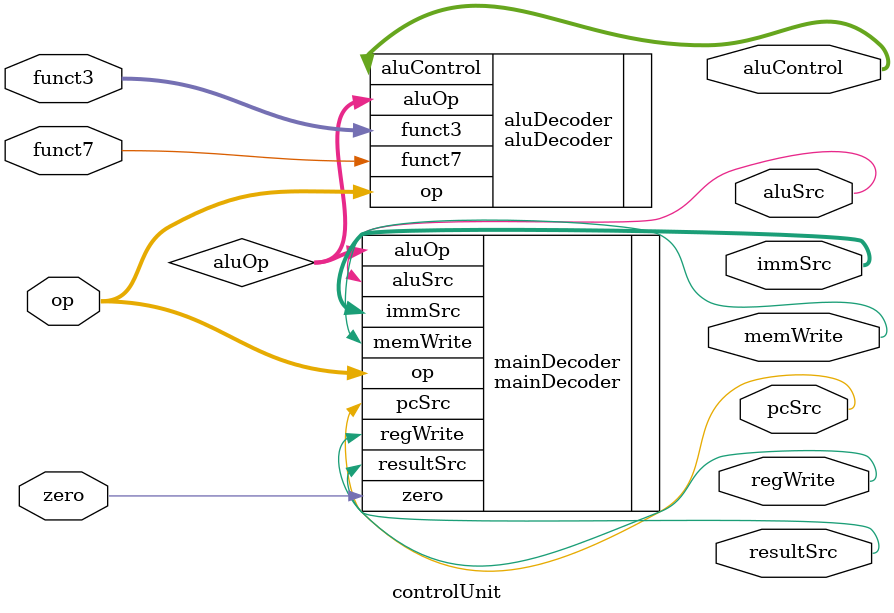
<source format=sv>
module controlUnit(
    input   logic [6:0] op,
    input   logic [2:0] funct3,
    input   logic       funct7,
    input   logic       zero,
    output  logic       pcSrc,
    output  logic       resultSrc,
    output  logic       memWrite,
    output  logic [2:0] aluControl,
    output  logic       aluSrc,
    output  logic [1:0] immSrc,
    output  logic       regWrite
);

    logic [1:0] aluOp;

    mainDecoder mainDecoder (
        .op(op),
        .zero(zero),
        .pcSrc(pcSrc),
        .resultSrc(resultSrc),
        .memWrite(memWrite),
        .aluSrc(aluSrc),
        .immSrc(immSrc),
        .regWrite(regWrite),
        .aluOp(aluOp)
    );

    aluDecoder aluDecoder (
        .op(op),
        .aluOp(aluOp),
        .funct3(funct3),
        .funct7(funct7),
        .aluControl(aluControl)
    );
    
endmodule

</source>
